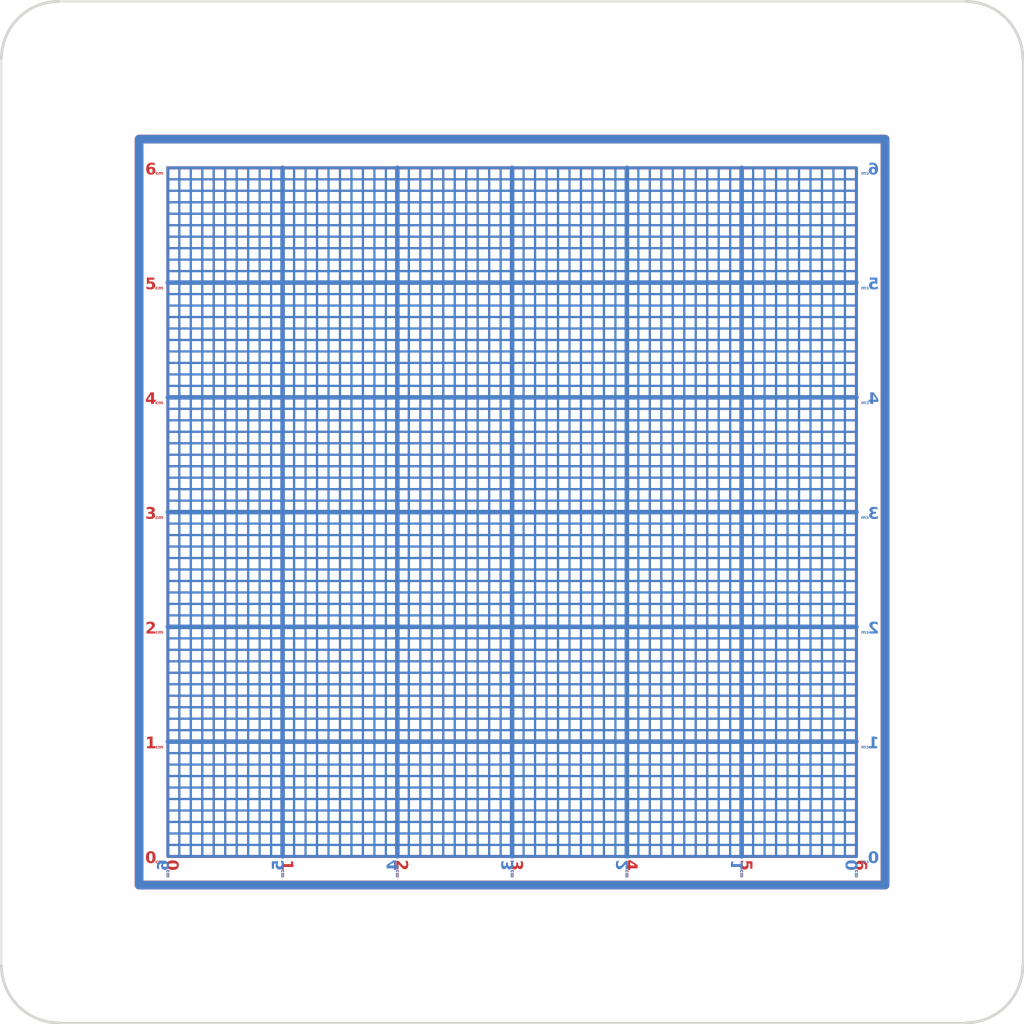
<source format=kicad_pcb>
(kicad_pcb (version 20221018) (generator pcbnew)
  (layers (0 "F.Cu" signal) (31 "B.Cu" signal) (34 "B.Paste" user) (35 "F.Paste" user) (36 "B.SilkS" user "B.Silkscreen") (37 "F.SilkS" user "F.Silkscreen") (38 "B.Mask" user) (39 "F.Mask" user) (44 "Edge.Cuts" user))
  (net 0 "")
  (footprint "oomlout_oomp_part_footprints:mhm3_electronic_mounting_hole_m3" (layer "F.Cu") (at -37.5 15)
    (fp_text reference "REF**" hide)
    (fp_text value "MountingHole_3.2mm_M3" hide)
    (pad "" np_thru_hole circle (at 0 0) (size 3.2 3.2) (drill 3.2) (layers "F&B.Cu" "*.Mask"))
  )
  (footprint "oomlout_oomp_part_footprints:mhm6_electronic_mounting_hole_m6" (layer "F.Cu") (at 22.4 37.5 90)
    (fp_text reference "REF**" hide)
    (fp_text value "MountingHole_6.4mm_M6" hide)
    (pad "" np_thru_hole circle (at 0 0 90) (size 6.4 6.4) (drill 6.4) (layers "F&B.Cu" "*.Mask"))
  )
  (footprint "oomlout_oomp_part_footprints:mhm3_electronic_mounting_hole_m3" (layer "F.Cu") (at 14.9 -37.5 90)
    (fp_text reference "REF**" hide)
    (fp_text value "MountingHole_3.2mm_M3" hide)
    (pad "" np_thru_hole circle (at 0 0 90) (size 3.2 3.2) (drill 3.2) (layers "F&B.Cu" "*.Mask"))
  )
  (footprint "oomlout_oomp_part_footprints:mhm3_electronic_mounting_hole_m3" (layer "F.Cu") (at -37.5 -15)
    (fp_text reference "REF**" hide)
    (fp_text value "MountingHole_3.2mm_M3" hide)
    (pad "" np_thru_hole circle (at 0 0) (size 3.2 3.2) (drill 3.2) (layers "F&B.Cu" "*.Mask"))
  )
  (footprint "oomlout_oomp_part_footprints:mhm3_electronic_mounting_hole_m3" (layer "F.Cu") (at 37.5 -30)
    (fp_text reference "REF**" hide)
    (fp_text value "MountingHole_3.2mm_M3" hide)
    (pad "" np_thru_hole circle (at 0 0) (size 3.2 3.2) (drill 3.2) (layers "F&B.Cu" "*.Mask"))
  )
  (footprint "oomlout_oomp_part_footprints:mhm6_electronic_mounting_hole_m6" (layer "F.Cu") (at 37.5 -22.5)
    (fp_text reference "REF**" hide)
    (fp_text value "MountingHole_6.4mm_M6" hide)
    (pad "" np_thru_hole circle (at 0 0) (size 6.4 6.4) (drill 6.4) (layers "F&B.Cu" "*.Mask"))
  )
  (footprint "oomlout_oomp_part_footprints:mhm6_electronic_mounting_hole_m6" (layer "F.Cu") (at -7.6 -37.5 90)
    (fp_text reference "REF**" hide)
    (fp_text value "MountingHole_6.4mm_M6" hide)
    (pad "" np_thru_hole circle (at 0 0 90) (size 6.4 6.4) (drill 6.4) (layers "F&B.Cu" "*.Mask"))
  )
  (footprint "oomlout_oomp_part_footprints:mhm3_electronic_mounting_hole_m3" (layer "F.Cu") (at 37.5 -15)
    (fp_text reference "REF**" hide)
    (fp_text value "MountingHole_3.2mm_M3" hide)
    (pad "" np_thru_hole circle (at 0 0) (size 3.2 3.2) (drill 3.2) (layers "F&B.Cu" "*.Mask"))
  )
  (footprint "oomlout_oomp_part_footprints:mhm3_electronic_mounting_hole_m3" (layer "F.Cu") (at -0.1 37.5 90)
    (fp_text reference "REF**" hide)
    (fp_text value "MountingHole_3.2mm_M3" hide)
    (pad "" np_thru_hole circle (at 0 0 90) (size 3.2 3.2) (drill 3.2) (layers "F&B.Cu" "*.Mask"))
  )
  (footprint "oomlout_oomp_part_footprints:mhm6_electronic_mounting_hole_m6" (layer "F.Cu") (at -37.5 -22.5)
    (fp_text reference "REF**" hide)
    (fp_text value "MountingHole_6.4mm_M6" hide)
    (pad "" np_thru_hole circle (at 0 0) (size 6.4 6.4) (drill 6.4) (layers "F&B.Cu" "*.Mask"))
  )
  (footprint "oomlout_oomp_part_footprints:mhm6_electronic_mounting_hole_m6" (layer "F.Cu") (at 37.5 7.5)
    (fp_text reference "REF**" hide)
    (fp_text value "MountingHole_6.4mm_M6" hide)
    (pad "" np_thru_hole circle (at 0 0) (size 6.4 6.4) (drill 6.4) (layers "F&B.Cu" "*.Mask"))
  )
  (footprint "oomlout_oomp_part_footprints:mhm3_electronic_mounting_hole_m3" (layer "F.Cu") (at 29.9 -37.5 90)
    (fp_text reference "REF**" hide)
    (fp_text value "MountingHole_3.2mm_M3" hide)
    (pad "" np_thru_hole circle (at 0 0 90) (size 3.2 3.2) (drill 3.2) (layers "F&B.Cu" "*.Mask"))
  )
  (footprint "oomlout_oomp_part_footprints:mhm3_electronic_mounting_hole_m3" (layer "F.Cu") (at -37.5 0)
    (fp_text reference "REF**" hide)
    (fp_text value "MountingHole_3.2mm_M3" hide)
    (pad "" np_thru_hole circle (at 0 0) (size 3.2 3.2) (drill 3.2) (layers "F&B.Cu" "*.Mask"))
  )
  (footprint "oomlout_oomp_part_footprints:mhm6_electronic_mounting_hole_m6" (layer "F.Cu") (at 22.4 -37.5 90)
    (fp_text reference "REF**" hide)
    (fp_text value "MountingHole_6.4mm_M6" hide)
    (pad "" np_thru_hole circle (at 0 0 90) (size 6.4 6.4) (drill 6.4) (layers "F&B.Cu" "*.Mask"))
  )
  (footprint "oomlout_oomp_part_footprints:mhm6_electronic_mounting_hole_m6" (layer "F.Cu") (at -37.5 7.5)
    (fp_text reference "REF**" hide)
    (fp_text value "MountingHole_6.4mm_M6" hide)
    (pad "" np_thru_hole circle (at 0 0) (size 6.4 6.4) (drill 6.4) (layers "*.Cu" "*.Mask"))
  )
  (footprint "oomlout_oomp_part_footprints:mhm6_electronic_mounting_hole_m6" (layer "F.Cu") (at 7.4 37.5 90)
    (fp_text reference "REF**" hide)
    (fp_text value "MountingHole_6.4mm_M6" hide)
    (pad "" np_thru_hole circle (at 0 0 90) (size 6.4 6.4) (drill 6.4) (layers "F&B.Cu" "*.Mask"))
  )
  (footprint "oomlout_oomp_part_footprints:mhm6_electronic_mounting_hole_m6" (layer "F.Cu") (at 37.5 22.5)
    (fp_text reference "REF**" hide)
    (fp_text value "MountingHole_6.4mm_M6" hide)
    (pad "" np_thru_hole circle (at 0 0) (size 6.4 6.4) (drill 6.4) (layers "F&B.Cu" "*.Mask"))
  )
  (footprint "oomlout_oomp_part_footprints:mhm3_electronic_mounting_hole_m3" (layer "F.Cu") (at -15.1 37.5 90)
    (fp_text reference "REF**" hide)
    (fp_text value "MountingHole_3.2mm_M3" hide)
    (pad "" np_thru_hole circle (at 0 0 90) (size 3.2 3.2) (drill 3.2) (layers "F&B.Cu" "*.Mask"))
  )
  (footprint "oomlout_oomp_part_footprints:mhm3_electronic_mounting_hole_m3" (layer "F.Cu") (at 37.5 30)
    (fp_text reference "REF**" hide)
    (fp_text value "MountingHole_3.2mm_M3" hide)
    (pad "" np_thru_hole circle (at 0 0) (size 3.2 3.2) (drill 3.2) (layers "F&B.Cu" "*.Mask"))
  )
  (footprint "oomlout_oomp_part_footprints:mhm3_electronic_mounting_hole_m3" (layer "F.Cu") (at -30.1 37.5 90)
    (fp_text reference "REF**" hide)
    (fp_text value "MountingHole_3.2mm_M3" hide)
    (pad "" np_thru_hole circle (at 0 0 90) (size 3.2 3.2) (drill 3.2) (layers "F&B.Cu" "*.Mask"))
  )
  (footprint "oomlout_oomp_part_footprints:mhm6_electronic_mounting_hole_m6" (layer "F.Cu") (at -37.5 -7.5)
    (fp_text reference "REF**" hide)
    (fp_text value "MountingHole_6.4mm_M6" hide)
    (pad "" np_thru_hole circle (at 0 0) (size 6.4 6.4) (drill 6.4) (layers "F&B.Cu" "*.Mask"))
  )
  (footprint "oomlout_oomp_part_footprints:mhm6_electronic_mounting_hole_m6" (layer "F.Cu") (at -7.6 37.5 90)
    (fp_text reference "REF**" hide)
    (fp_text value "MountingHole_6.4mm_M6" hide)
    (pad "" np_thru_hole circle (at 0 0 90) (size 6.4 6.4) (drill 6.4) (layers "F&B.Cu" "*.Mask"))
  )
  (footprint "oomlout_oomp_part_footprints:mhm3_electronic_mounting_hole_m3" (layer "F.Cu") (at 14.9 37.5 90)
    (fp_text reference "REF**" hide)
    (fp_text value "MountingHole_3.2mm_M3" hide)
    (pad "" np_thru_hole circle (at 0 0 90) (size 3.2 3.2) (drill 3.2) (layers "F&B.Cu" "*.Mask"))
  )
  (footprint "oomlout_oomp_part_footprints:mhm6_electronic_mounting_hole_m6" (layer "F.Cu") (at -22.6 -37.5 90)
    (fp_text reference "REF**" hide)
    (fp_text value "MountingHole_6.4mm_M6" hide)
    (pad "" np_thru_hole circle (at 0 0 90) (size 6.4 6.4) (drill 6.4) (layers "F&B.Cu" "*.Mask"))
  )
  (footprint "oomlout_oomp_part_footprints:mhm6_electronic_mounting_hole_m6" (layer "F.Cu") (at -37.5 37.5)
    (fp_text reference "REF**" hide)
    (fp_text value "MountingHole_6.4mm_M6" hide)
    (pad "" np_thru_hole circle (at 0 0) (size 6.4 6.4) (drill 6.4) (layers "F&B.Cu" "*.Mask"))
  )
  (footprint "oomlout_oomp_part_footprints:mhm6_electronic_mounting_hole_m6" (layer "F.Cu") (at -22.6 37.5 90)
    (fp_text reference "REF**" hide)
    (fp_text value "MountingHole_6.4mm_M6" hide)
    (pad "" np_thru_hole circle (at 0 0 90) (size 6.4 6.4) (drill 6.4) (layers "F&B.Cu" "*.Mask"))
  )
  (footprint "oomlout_oomp_part_footprints:mhm3_electronic_mounting_hole_m3" (layer "F.Cu") (at -15.1 -37.5 90)
    (fp_text reference "REF**" hide)
    (fp_text value "MountingHole_3.2mm_M3" hide)
    (pad "" np_thru_hole circle (at 0 0 90) (size 3.2 3.2) (drill 3.2) (layers "F&B.Cu" "*.Mask"))
  )
  (footprint "oomlout_oomp_part_footprints:mhm3_electronic_mounting_hole_m3" (layer "F.Cu") (at -37.5 -30)
    (fp_text reference "REF**" hide)
    (fp_text value "MountingHole_3.2mm_M3" hide)
    (pad "" np_thru_hole circle (at 0 0) (size 3.2 3.2) (drill 3.2) (layers "*.Cu" "*.Mask"))
  )
  (footprint "oomlout_oomp_part_footprints:mhm6_electronic_mounting_hole_m6" (layer "F.Cu") (at 37.5 -7.5)
    (fp_text reference "REF**" hide)
    (fp_text value "MountingHole_6.4mm_M6" hide)
    (pad "" np_thru_hole circle (at 0 0) (size 6.4 6.4) (drill 6.4) (layers "F&B.Cu" "*.Mask"))
  )
  (footprint "oomlout_oomp_part_footprints:mhm6_electronic_mounting_hole_m6" (layer "F.Cu") (at 7.4 -37.5 90)
    (fp_text reference "REF**" hide)
    (fp_text value "MountingHole_6.4mm_M6" hide)
    (pad "" np_thru_hole circle (at 0 0 90) (size 6.4 6.4) (drill 6.4) (layers "F&B.Cu" "*.Mask"))
  )
  (footprint "oomlout_oomp_part_footprints:mhm6_electronic_mounting_hole_m6" (layer "F.Cu") (at 37.5 -37.5 90)
    (fp_text reference "REF**" hide)
    (fp_text value "MountingHole_6.4mm_M6" hide)
    (pad "" np_thru_hole circle (at 0 0 90) (size 6.4 6.4) (drill 6.4) (layers "F&B.Cu" "*.Mask"))
  )
  (footprint "oomlout_oomp_part_footprints:mhm3_electronic_mounting_hole_m3" (layer "F.Cu") (at -37.5 30)
    (fp_text reference "REF**" hide)
    (fp_text value "MountingHole_3.2mm_M3" hide)
    (pad "" np_thru_hole circle (at 0 0) (size 3.2 3.2) (drill 3.2) (layers "F&B.Cu" "*.Mask"))
  )
  (footprint "oomlout_oomp_part_footprints:mhm6_electronic_mounting_hole_m6" (layer "F.Cu") (at 37.5 37.5)
    (fp_text reference "REF**" hide)
    (fp_text value "MountingHole_6.4mm_M6" hide)
    (pad "" np_thru_hole circle (at 0 0) (size 6.4 6.4) (drill 6.4) (layers "F&B.Cu" "*.Mask"))
  )
  (footprint "oomlout_oomp_part_footprints:mhm6_electronic_mounting_hole_m6" (layer "F.Cu") (at -37.5 -37.5)
    (fp_text reference "REF**" hide)
    (fp_text value "MountingHole_6.4mm_M6" hide)
    (pad "" np_thru_hole circle (at 0 0) (size 6.4 6.4) (drill 6.4) (layers "F&B.Cu" "*.Mask"))
  )
  (footprint "oomlout_oomp_part_footprints:mhm3_electronic_mounting_hole_m3" (layer "F.Cu") (at 37.5 0)
    (fp_text reference "REF**" hide)
    (fp_text value "MountingHole_3.2mm_M3" hide)
    (pad "" np_thru_hole circle (at 0 0) (size 3.2 3.2) (drill 3.2) (layers "F&B.Cu" "*.Mask"))
  )
  (footprint "oomlout_oomp_part_footprints:mhm3_electronic_mounting_hole_m3" (layer "F.Cu") (at -0.1 -37.5 90)
    (fp_text reference "REF**" hide)
    (fp_text value "MountingHole_3.2mm_M3" hide)
    (pad "" np_thru_hole circle (at 0 0 90) (size 3.2 3.2) (drill 3.2) (layers "F&B.Cu" "*.Mask"))
  )
  (footprint "oomlout_oomp_part_footprints:mhm3_electronic_mounting_hole_m3" (layer "F.Cu") (at 37.5 15)
    (fp_text reference "REF**" hide)
    (fp_text value "MountingHole_3.2mm_M3" hide)
    (pad "" np_thru_hole circle (at 0 0) (size 3.2 3.2) (drill 3.2) (layers "F&B.Cu" "*.Mask"))
  )
  (footprint "oomlout_oomp_part_footprints:mhm3_electronic_mounting_hole_m3" (layer "F.Cu") (at -30.1 -37.5 90)
    (fp_text reference "REF**" hide)
    (fp_text value "MountingHole_3.2mm_M3" hide)
    (pad "" np_thru_hole circle (at 0 0 90) (size 3.2 3.2) (drill 3.2) (layers "F&B.Cu" "*.Mask"))
  )
  (footprint "oomlout_oomp_part_footprints:mhm6_electronic_mounting_hole_m6" (layer "F.Cu") (at -37.5 22.5)
    (fp_text reference "REF**" hide)
    (fp_text value "MountingHole_6.4mm_M6" hide)
    (pad "" np_thru_hole circle (at 0 0) (size 6.4 6.4) (drill 6.4) (layers "F&B.Cu" "*.Mask"))
  )
  (gr_line (start 10 30) (end 10 -30) (stroke (width 0.25)) (layer "F.Cu"))
  (gr_line (start -30 11) (end 30 11) (stroke (width 0.15)) (layer "F.Cu"))
  (gr_line (start -27 30) (end -27 -30) (stroke (width 0.15)) (layer "F.Cu"))
  (gr_line (start 16 30) (end 16 -30) (stroke (width 0.15)) (layer "F.Cu"))
  (gr_line (start -2 30) (end -2 -30) (stroke (width 0.15)) (layer "F.Cu"))
  (gr_line (start -30 -10) (end 30 -10) (stroke (width 0.25)) (layer "F.Cu"))
  (gr_line (start -30 23) (end 30 23) (stroke (width 0.15)) (layer "F.Cu"))
  (gr_rect (start -32.5 -32.5) (end 32.5 32.5) (stroke (width 0.75)) (fill none) (layer "F.Cu"))
  (gr_line (start -1 30) (end -1 -30) (stroke (width 0.15)) (layer "F.Cu"))
  (gr_line (start -30 16) (end 30 16) (stroke (width 0.15)) (layer "F.Cu"))
  (gr_line (start -30 8) (end 30 8) (stroke (width 0.15)) (layer "F.Cu"))
  (gr_line (start -30 26) (end 30 26) (stroke (width 0.15)) (layer "F.Cu"))
  (gr_line (start -30 -18) (end 30 -18) (stroke (width 0.15)) (layer "F.Cu"))
  (gr_line (start 15 30) (end 15 -30) (stroke (width 0.15)) (layer "F.Cu"))
  (gr_line (start -30 20) (end 30 20) (stroke (width 0.25)) (layer "F.Cu"))
  (gr_line (start -30 16) (end 30 16) (stroke (width 0.15)) (layer "F.Cu"))
  (gr_line (start -30 -3) (end 30 -3) (stroke (width 0.15)) (layer "F.Cu"))
  (gr_line (start -30 -7) (end 30 -7) (stroke (width 0.15)) (layer "F.Cu"))
  (gr_line (start 27 30) (end 27 -30) (stroke (width 0.15)) (layer "F.Cu"))
  (gr_line (start 28 30) (end 28 -30) (stroke (width 0.15)) (layer "F.Cu"))
  (gr_line (start -10 30) (end -10 -30) (stroke (width 0.25)) (layer "F.Cu"))
  (gr_line (start 27 30) (end 27 -30) (stroke (width 0.15)) (layer "F.Cu"))
  (gr_line (start -30 -16) (end 30 -16) (stroke (width 0.15)) (layer "F.Cu"))
  (gr_line (start 11 30) (end 11 -30) (stroke (width 0.15)) (layer "F.Cu"))
  (gr_line (start 29 30) (end 29 -30) (stroke (width 0.15)) (layer "F.Cu"))
  (gr_line (start -30 27) (end 30 27) (stroke (width 0.15)) (layer "F.Cu"))
  (gr_line (start -25 30) (end -25 -30) (stroke (width 0.15)) (layer "F.Cu"))
  (gr_line (start -30 5) (end 30 5) (stroke (width 0.15)) (layer "F.Cu"))
  (gr_line (start -30 -13) (end 30 -13) (stroke (width 0.15)) (layer "F.Cu"))
  (gr_line (start -30 13) (end 30 13) (stroke (width 0.15)) (layer "F.Cu"))
  (gr_line (start -30 -12) (end 30 -12) (stroke (width 0.15)) (layer "F.Cu"))
  (gr_line (start -17 30) (end -17 -30) (stroke (width 0.15)) (layer "F.Cu"))
  (gr_line (start -8 30) (end -8 -30) (stroke (width 0.15)) (layer "F.Cu"))
  (gr_line (start -10 30) (end -10 -30) (stroke (width 0.25)) (layer "F.Cu"))
  (gr_line (start 23 30) (end 23 -30) (stroke (width 0.15)) (layer "F.Cu"))
  (gr_line (start 19 30) (end 19 -30) (stroke (width 0.15)) (layer "F.Cu"))
  (gr_line (start 24 30) (end 24 -30) (stroke (width 0.15)) (layer "F.Cu"))
  (gr_line (start -27 30) (end -27 -30) (stroke (width 0.15)) (layer "F.Cu"))
  (gr_line (start -30 23) (end 30 23) (stroke (width 0.15)) (layer "F.Cu"))
  (gr_line (start -30 12) (end 30 12) (stroke (width 0.15)) (layer "F.Cu"))
  (gr_line (start 28 30) (end 28 -30) (stroke (width 0.15)) (layer "F.Cu"))
  (gr_rect (start -32.5 -32.5) (end 32.5 32.5) (stroke (width 0.75)) (fill none) (layer "F.Cu"))
  (gr_line (start -30 -27) (end 30 -27) (stroke (width 0.15)) (layer "F.Cu"))
  (gr_line (start -30 -29) (end 30 -29) (stroke (width 0.15)) (layer "F.Cu"))
  (gr_line (start -30 26) (end 30 26) (stroke (width 0.15)) (layer "F.Cu"))
  (gr_line (start -30 -8) (end 30 -8) (stroke (width 0.15)) (layer "F.Cu"))
  (gr_line (start -30 -18) (end 30 -18) (stroke (width 0.15)) (layer "F.Cu"))
  (gr_line (start 3 30) (end 3 -30) (stroke (width 0.15)) (layer "F.Cu"))
  (gr_line (start -30 19) (end 30 19) (stroke (width 0.15)) (layer "F.Cu"))
  (gr_line (start -30 1) (end 30 1) (stroke (width 0.15)) (layer "F.Cu"))
  (gr_line (start -30 22) (end 30 22) (stroke (width 0.15)) (layer "F.Cu"))
  (gr_line (start 22 30) (end 22 -30) (stroke (width 0.15)) (layer "F.Cu"))
  (gr_line (start -19 30) (end -19 -30) (stroke (width 0.15)) (layer "F.Cu"))
  (gr_line (start -28 30) (end -28 -30) (stroke (width 0.15)) (layer "F.Cu"))
  (gr_line (start -20 30) (end -20 -30) (stroke (width 0.25)) (layer "F.Cu"))
  (gr_line (start -22 30) (end -22 -30) (stroke (width 0.15)) (layer "F.Cu"))
  (gr_line (start -30 -21) (end 30 -21) (stroke (width 0.15)) (layer "F.Cu"))
  (gr_line (start -30 -23) (end 30 -23) (stroke (width 0.15)) (layer "F.Cu"))
  (gr_line (start -7 30) (end -7 -30) (stroke (width 0.15)) (layer "F.Cu"))
  (gr_line (start 4 30) (end 4 -30) (stroke (width 0.15)) (layer "F.Cu"))
  (gr_line (start -9 30) (end -9 -30) (stroke (width 0.15)) (layer "F.Cu"))
  (gr_line (start -30 -4) (end 30 -4) (stroke (width 0.15)) (layer "F.Cu"))
  (gr_line (start -30 -6) (end 30 -6) (stroke (width 0.15)) (layer "F.Cu"))
  (gr_line (start -24 30) (end -24 -30) (stroke (width 0.15)) (layer "F.Cu"))
  (gr_line (start 1 30) (end 1 -30) (stroke (width 0.15)) (layer "F.Cu"))
  (gr_line (start -30 -16) (end 30 -16) (stroke (width 0.15)) (layer "F.Cu"))
  (gr_line (start 18 30) (end 18 -30) (stroke (width 0.15)) (layer "F.Cu"))
  (gr_line (start -30 25) (end 30 25) (stroke (width 0.15)) (layer "F.Cu"))
  (gr_line (start -30 -28) (end 30 -28) (stroke (width 0.15)) (layer "F.Cu"))
  (gr_line (start -9 30) (end -9 -30) (stroke (width 0.15)) (layer "F.Cu"))
  (gr_line (start 2 30) (end 2 -30) (stroke (width 0.15)) (layer "F.Cu"))
  (gr_line (start -30 -5) (end 30 -5) (stroke (width 0.15)) (layer "F.Cu"))
  (gr_line (start -30 6) (end 30 6) (stroke (width 0.15)) (layer "F.Cu"))
  (gr_line (start -12 30) (end -12 -30) (stroke (width 0.15)) (layer "F.Cu"))
  (gr_line (start 8 30) (end 8 -30) (stroke (width 0.15)) (layer "F.Cu"))
  (gr_line (start -26 30) (end -26 -30) (stroke (width 0.15)) (layer "F.Cu"))
  (gr_line (start 22 30) (end 22 -30) (stroke (width 0.15)) (layer "F.Cu"))
  (gr_line (start -30 1) (end 30 1) (stroke (width 0.15)) (layer "F.Cu"))
  (gr_line (start 23 30) (end 23 -30) (stroke (width 0.15)) (layer "F.Cu"))
  (gr_line (start -30 20) (end 30 20) (stroke (width 0.25)) (layer "F.Cu"))
  (gr_line (start -30 13) (end 30 13) (stroke (width 0.15)) (layer "F.Cu"))
  (gr_line (start 19 30) (end 19 -30) (stroke (width 0.15)) (layer "F.Cu"))
  (gr_line (start -25 30) (end -25 -30) (stroke (width 0.15)) (layer "F.Cu"))
  (gr_line (start -30 3) (end 30 3) (stroke (width 0.15)) (layer "F.Cu"))
  (gr_line (start -21 30) (end -21 -30) (stroke (width 0.15)) (layer "F.Cu"))
  (gr_line (start -30 -11) (end 30 -11) (stroke (width 0.15)) (layer "F.Cu"))
  (gr_line (start -30 2) (end 30 2) (stroke (width 0.15)) (layer "F.Cu"))
  (gr_line (start 17 30) (end 17 -30) (stroke (width 0.15)) (layer "F.Cu"))
  (gr_line (start -5 30) (end -5 -30) (stroke (width 0.15)) (layer "F.Cu"))
  (gr_line (start -30 -2) (end 30 -2) (stroke (width 0.15)) (layer "F.Cu"))
  (gr_line (start -23 30) (end -23 -30) (stroke (width 0.15)) (layer "F.Cu"))
  (gr_line (start -30 -5) (end 30 -5) (stroke (width 0.15)) (layer "F.Cu"))
  (gr_line (start 17 30) (end 17 -30) (stroke (width 0.15)) (layer "F.Cu"))
  (gr_line (start -30 -9) (end 30 -9) (stroke (width 0.15)) (layer "F.Cu"))
  (gr_line (start -30 -23) (end 30 -23) (stroke (width 0.15)) (layer "F.Cu"))
  (gr_line (start -30 -1) (end 30 -1) (stroke (width 0.15)) (layer "F.Cu"))
  (gr_line (start -30 -28) (end 30 -28) (stroke (width 0.15)) (layer "F.Cu"))
  (gr_line (start -30 18) (end 30 18) (stroke (width 0.15)) (layer "F.Cu"))
  (gr_line (start 6 30) (end 6 -30) (stroke (width 0.15)) (layer "F.Cu"))
  (gr_line (start -30 14) (end 30 14) (stroke (width 0.15)) (layer "F.Cu"))
  (gr_line (start 5 30) (end 5 -30) (stroke (width 0.15)) (layer "F.Cu"))
  (gr_line (start -30 -19) (end 30 -19) (stroke (width 0.15)) (layer "F.Cu"))
  (gr_line (start -30 27) (end 30 27) (stroke (width 0.15)) (layer "F.Cu"))
  (gr_line (start -13 30) (end -13 -30) (stroke (width 0.15)) (layer "F.Cu"))
  (gr_line (start -30 -10) (end 30 -10) (stroke (width 0.25)) (layer "F.Cu"))
  (gr_line (start 2 30) (end 2 -30) (stroke (width 0.15)) (layer "F.Cu"))
  (gr_line (start -8 30) (end -8 -30) (stroke (width 0.15)) (layer "F.Cu"))
  (gr_line (start 7 30) (end 7 -30) (stroke (width 0.15)) (layer "F.Cu"))
  (gr_line (start 7 30) (end 7 -30) (stroke (width 0.15)) (layer "F.Cu"))
  (gr_line (start 15 30) (end 15 -30) (stroke (width 0.15)) (layer "F.Cu"))
  (gr_line (start 1 30) (end 1 -30) (stroke (width 0.15)) (layer "F.Cu"))
  (gr_line (start -30 -11) (end 30 -11) (stroke (width 0.15)) (layer "F.Cu"))
  (gr_line (start -30 -15) (end 30 -15) (stroke (width 0.15)) (layer "F.Cu"))
  (gr_line (start -2 30) (end -2 -30) (stroke (width 0.15)) (layer "F.Cu"))
  (gr_line (start -5 30) (end -5 -30) (stroke (width 0.15)) (layer "F.Cu"))
  (gr_line (start -30 -19) (end 30 -19) (stroke (width 0.15)) (layer "F.Cu"))
  (gr_line (start -30 4) (end 30 4) (stroke (width 0.15)) (layer "F.Cu"))
  (gr_line (start 24 30) (end 24 -30) (stroke (width 0.15)) (layer "F.Cu"))
  (gr_line (start 0 30) (end 0 -30) (stroke (width 0.25)) (layer "F.Cu"))
  (gr_line (start -30 12) (end 30 12) (stroke (width 0.15)) (layer "F.Cu"))
  (gr_line (start -30 11) (end 30 11) (stroke (width 0.15)) (layer "F.Cu"))
  (gr_line (start -30 29) (end 30 29) (stroke (width 0.15)) (layer "F.Cu"))
  (gr_line (start 5 30) (end 5 -30) (stroke (width 0.15)) (layer "F.Cu"))
  (gr_line (start -30 6) (end 30 6) (stroke (width 0.15)) (layer "F.Cu"))
  (gr_line (start -15 30) (end -15 -30) (stroke (width 0.15)) (layer "F.Cu"))
  (gr_line (start -30 -17) (end 30 -17) (stroke (width 0.15)) (layer "F.Cu"))
  (gr_line (start -28 30) (end -28 -30) (stroke (width 0.15)) (layer "F.Cu"))
  (gr_line (start -26 30) (end -26 -30) (stroke (width 0.15)) (layer "F.Cu"))
  (gr_line (start -30 15) (end 30 15) (stroke (width 0.15)) (layer "F.Cu"))
  (gr_line (start -30 5) (end 30 5) (stroke (width 0.15)) (layer "F.Cu"))
  (gr_line (start 9 30) (end 9 -30) (stroke (width 0.15)) (layer "F.Cu"))
  (gr_line (start 29 30) (end 29 -30) (stroke (width 0.15)) (layer "F.Cu"))
  (gr_line (start -30 14) (end 30 14) (stroke (width 0.15)) (layer "F.Cu"))
  (gr_line (start -30 -25) (end 30 -25) (stroke (width 0.15)) (layer "F.Cu"))
  (gr_line (start -30 -25) (end 30 -25) (stroke (width 0.15)) (layer "F.Cu"))
  (gr_line (start -29 30) (end -29 -30) (stroke (width 0.15)) (layer "F.Cu"))
  (gr_line (start -1 30) (end -1 -30) (stroke (width 0.15)) (layer "F.Cu"))
  (gr_line (start -3 30) (end -3 -30) (stroke (width 0.15)) (layer "F.Cu"))
  (gr_line (start -18 30) (end -18 -30) (stroke (width 0.15)) (layer "F.Cu"))
  (gr_line (start -3 30) (end -3 -30) (stroke (width 0.15)) (layer "F.Cu"))
  (gr_line (start 14 30) (end 14 -30) (stroke (width 0.15)) (layer "F.Cu"))
  (gr_line (start 25 30) (end 25 -30) (stroke (width 0.15)) (layer "F.Cu"))
  (gr_line (start -19 30) (end -19 -30) (stroke (width 0.15)) (layer "F.Cu"))
  (gr_line (start 12 30) (end 12 -30) (stroke (width 0.15)) (layer "F.Cu"))
  (gr_line (start -29 30) (end -29 -30) (stroke (width 0.15)) (layer "F.Cu"))
  (gr_line (start -30 15) (end 30 15) (stroke (width 0.15)) (layer "F.Cu"))
  (gr_line (start -4 30) (end -4 -30) (stroke (width 0.15)) (layer "F.Cu"))
  (gr_line (start -21 30) (end -21 -30) (stroke (width 0.15)) (layer "F.Cu"))
  (gr_line (start 20 30) (end 20 -30) (stroke (width 0.25)) (layer "F.Cu"))
  (gr_line (start -15 30) (end -15 -30) (stroke (width 0.15)) (layer "F.Cu"))
  (gr_line (start -11 30) (end -11 -30) (stroke (width 0.15)) (layer "F.Cu"))
  (gr_line (start -30 10) (end 30 10) (stroke (width 0.25)) (layer "F.Cu"))
  (gr_line (start -30 -4) (end 30 -4) (stroke (width 0.15)) (layer "F.Cu"))
  (gr_line (start -30 9) (end 30 9) (stroke (width 0.15)) (layer "F.Cu"))
  (gr_line (start -4 30) (end -4 -30) (stroke (width 0.15)) (layer "F.Cu"))
  (gr_line (start 18 30) (end 18 -30) (stroke (width 0.15)) (layer "F.Cu"))
  (gr_line (start 10 30) (end 10 -30) (stroke (width 0.25)) (layer "F.Cu"))
  (gr_line (start -30 -9) (end 30 -9) (stroke (width 0.15)) (layer "F.Cu"))
  (gr_line (start -30 18) (end 30 18) (stroke (width 0.15)) (layer "F.Cu"))
  (gr_line (start -17 30) (end -17 -30) (stroke (width 0.15)) (layer "F.Cu"))
  (gr_line (start 12 30) (end 12 -30) (stroke (width 0.15)) (layer "F.Cu"))
  (gr_line (start -24 30) (end -24 -30) (stroke (width 0.15)) (layer "F.Cu"))
  (gr_line (start -30 19) (end 30 19) (stroke (width 0.15)) (layer "F.Cu"))
  (gr_line (start -18 30) (end -18 -30) (stroke (width 0.15)) (layer "F.Cu"))
  (gr_rect (start -30 -30) (end 30 30) (stroke (width 0.25)) (fill none) (layer "F.Cu"))
  (gr_line (start 3 30) (end 3 -30) (stroke (width 0.15)) (layer "F.Cu"))
  (gr_line (start 4 30) (end 4 -30) (stroke (width 0.15)) (layer "F.Cu"))
  (gr_line (start -30 -24) (end 30 -24) (stroke (width 0.15)) (layer "F.Cu"))
  (gr_line (start -23 30) (end -23 -30) (stroke (width 0.15)) (layer "F.Cu"))
  (gr_line (start -30 -24) (end 30 -24) (stroke (width 0.15)) (layer "F.Cu"))
  (gr_line (start -30 17) (end 30 17) (stroke (width 0.15)) (layer "F.Cu"))
  (gr_line (start 6 30) (end 6 -30) (stroke (width 0.15)) (layer "F.Cu"))
  (gr_line (start -30 25) (end 30 25) (stroke (width 0.15)) (layer "F.Cu"))
  (gr_line (start -30 4) (end 30 4) (stroke (width 0.15)) (layer "F.Cu"))
  (gr_line (start -30 24) (end 30 24) (stroke (width 0.15)) (layer "F.Cu"))
  (gr_line (start 20 30) (end 20 -30) (stroke (width 0.25)) (layer "F.Cu"))
  (gr_line (start -30 9) (end 30 9) (stroke (width 0.15)) (layer "F.Cu"))
  (gr_rect (start -30 -30) (end 30 30) (stroke (width 0.25)) (fill none) (layer "F.Cu"))
  (gr_line (start -30 -6) (end 30 -6) (stroke (width 0.15)) (layer "F.Cu"))
  (gr_line (start -30 -17) (end 30 -17) (stroke (width 0.15)) (layer "F.Cu"))
  (gr_line (start -16 30) (end -16 -30) (stroke (width 0.15)) (layer "F.Cu"))
  (gr_line (start -30 0) (end 30 0) (stroke (width 0.25)) (layer "F.Cu"))
  (gr_line (start 21 30) (end 21 -30) (stroke (width 0.15)) (layer "F.Cu"))
  (gr_line (start -30 24) (end 30 24) (stroke (width 0.15)) (layer "F.Cu"))
  (gr_line (start -30 3) (end 30 3) (stroke (width 0.15)) (layer "F.Cu"))
  (gr_line (start -30 -13) (end 30 -13) (stroke (width 0.15)) (layer "F.Cu"))
  (gr_line (start -13 30) (end -13 -30) (stroke (width 0.15)) (layer "F.Cu"))
  (gr_line (start -30 21) (end 30 21) (stroke (width 0.15)) (layer "F.Cu"))
  (gr_line (start -30 21) (end 30 21) (stroke (width 0.15)) (layer "F.Cu"))
  (gr_line (start -30 -27) (end 30 -27) (stroke (width 0.15)) (layer "F.Cu"))
  (gr_line (start -30 -20) (end 30 -20) (stroke (width 0.25)) (layer "F.Cu"))
  (gr_line (start 11 30) (end 11 -30) (stroke (width 0.15)) (layer "F.Cu"))
  (gr_line (start 25 30) (end 25 -30) (stroke (width 0.15)) (layer "F.Cu"))
  (gr_line (start -30 22) (end 30 22) (stroke (width 0.15)) (layer "F.Cu"))
  (gr_line (start -14 30) (end -14 -30) (stroke (width 0.15)) (layer "F.Cu"))
  (gr_line (start 21 30) (end 21 -30) (stroke (width 0.15)) (layer "F.Cu"))
  (gr_line (start -30 -26) (end 30 -26) (stroke (width 0.15)) (layer "F.Cu"))
  (gr_line (start 16 30) (end 16 -30) (stroke (width 0.15)) (layer "F.Cu"))
  (gr_line (start -30 -26) (end 30 -26) (stroke (width 0.15)) (layer "F.Cu"))
  (gr_line (start -6 30) (end -6 -30) (stroke (width 0.15)) (layer "F.Cu"))
  (gr_line (start -22 30) (end -22 -30) (stroke (width 0.15)) (layer "F.Cu"))
  (gr_line (start -30 -14) (end 30 -14) (stroke (width 0.15)) (layer "F.Cu"))
  (gr_line (start -30 10) (end 30 10) (stroke (width 0.25)) (layer "F.Cu"))
  (gr_line (start -30 -3) (end 30 -3) (stroke (width 0.15)) (layer "F.Cu"))
  (gr_line (start -12 30) (end -12 -30) (stroke (width 0.15)) (layer "F.Cu"))
  (gr_line (start -30 7) (end 30 7) (stroke (width 0.15)) (layer "F.Cu"))
  (gr_line (start 26 30) (end 26 -30) (stroke (width 0.15)) (layer "F.Cu"))
  (gr_line (start -30 17) (end 30 17) (stroke (width 0.15)) (layer "F.Cu"))
  (gr_line (start -30 -2) (end 30 -2) (stroke (width 0.15)) (layer "F.Cu"))
  (gr_line (start -30 28) (end 30 28) (stroke (width 0.15)) (layer "F.Cu"))
  (gr_line (start -30 -29) (end 30 -29) (stroke (width 0.15)) (layer "F.Cu"))
  (gr_line (start -30 8) (end 30 8) (stroke (width 0.15)) (layer "F.Cu"))
  (gr_line (start -14 30) (end -14 -30) (stroke (width 0.15)) (layer "F.Cu"))
  (gr_line (start -30 -7) (end 30 -7) (stroke (width 0.15)) (layer "F.Cu"))
  (gr_line (start -30 28) (end 30 28) (stroke (width 0.15)) (layer "F.Cu"))
  (gr_line (start -30 -15) (end 30 -15) (stroke (width 0.15)) (layer "F.Cu"))
  (gr_line (start 9 30) (end 9 -30) (stroke (width 0.15)) (layer "F.Cu"))
  (gr_line (start 13 30) (end 13 -30) (stroke (width 0.15)) (layer "F.Cu"))
  (gr_line (start -30 0) (end 30 0) (stroke (width 0.25)) (layer "F.Cu"))
  (gr_line (start -30 2) (end 30 2) (stroke (width 0.15)) (layer "F.Cu"))
  (gr_line (start 0 30) (end 0 -30) (stroke (width 0.25)) (layer "F.Cu"))
  (gr_line (start 26 30) (end 26 -30) (stroke (width 0.15)) (layer "F.Cu"))
  (gr_line (start -30 -8) (end 30 -8) (stroke (width 0.15)) (layer "F.Cu"))
  (gr_line (start -30 -22) (end 30 -22) (stroke (width 0.15)) (layer "F.Cu"))
  (gr_line (start 13 30) (end 13 -30) (stroke (width 0.15)) (layer "F.Cu"))
  (gr_line (start -6 30) (end -6 -30) (stroke (width 0.15)) (layer "F.Cu"))
  (gr_line (start -11 30) (end -11 -30) (stroke (width 0.15)) (layer "F.Cu"))
  (gr_line (start -20 30) (end -20 -30) (stroke (width 0.25)) (layer "F.Cu"))
  (gr_line (start -7 30) (end -7 -30) (stroke (width 0.15)) (layer "F.Cu"))
  (gr_line (start -30 -22) (end 30 -22) (stroke (width 0.15)) (layer "F.Cu"))
  (gr_line (start -16 30) (end -16 -30) (stroke (width 0.15)) (layer "F.Cu"))
  (gr_line (start -30 -14) (end 30 -14) (stroke (width 0.15)) (layer "F.Cu"))
  (gr_line (start -30 -21) (end 30 -21) (stroke (width 0.15)) (layer "F.Cu"))
  (gr_line (start -30 7) (end 30 7) (stroke (width 0.15)) (layer "F.Cu"))
  (gr_line (start 8 30) (end 8 -30) (stroke (width 0.15)) (layer "F.Cu"))
  (gr_line (start -30 29) (end 30 29) (stroke (width 0.15)) (layer "F.Cu"))
  (gr_line (start -30 -12) (end 30 -12) (stroke (width 0.15)) (layer "F.Cu"))
  (gr_line (start -30 -1) (end 30 -1) (stroke (width 0.15)) (layer "F.Cu"))
  (gr_line (start -30 -20) (end 30 -20) (stroke (width 0.25)) (layer "F.Cu"))
  (gr_line (start 14 30) (end 14 -30) (stroke (width 0.15)) (layer "F.Cu"))
  (gr_line (start -30 26) (end 30 26) (stroke (width 0.2)) (layer "B.Cu"))
  (gr_line (start -30 23) (end 30 23) (stroke (width 0.2)) (layer "B.Cu"))
  (gr_line (start -30 1) (end 30 1) (stroke (width 0.2)) (layer "B.Cu"))
  (gr_line (start -30 -28) (end 30 -28) (stroke (width 0.2)) (layer "B.Cu"))
  (gr_line (start -18 -30) (end -18 30) (stroke (width 0.2)) (layer "B.Cu"))
  (gr_line (start -14 -30) (end -14 30) (stroke (width 0.2)) (layer "B.Cu"))
  (gr_line (start -30 -20) (end 30 -20) (stroke (width 0.4)) (layer "B.Cu"))
  (gr_line (start -20 -30) (end -20 30) (stroke (width 0.4)) (layer "B.Cu"))
  (gr_line (start -30 -7) (end 30 -7) (stroke (width 0.2)) (layer "B.Cu"))
  (gr_line (start -30 13) (end 30 13) (stroke (width 0.2)) (layer "B.Cu"))
  (gr_line (start 23 -30) (end 23 30) (stroke (width 0.2)) (layer "B.Cu"))
  (gr_line (start -30 -12) (end 30 -12) (stroke (width 0.2)) (layer "B.Cu"))
  (gr_line (start 18 -30) (end 18 30) (stroke (width 0.2)) (layer "B.Cu"))
  (gr_line (start -30 17) (end 30 17) (stroke (width 0.2)) (layer "B.Cu"))
  (gr_line (start -30 15) (end 30 15) (stroke (width 0.2)) (layer "B.Cu"))
  (gr_line (start -17 -30) (end -17 30) (stroke (width 0.2)) (layer "B.Cu"))
  (gr_line (start 14 -30) (end 14 30) (stroke (width 0.2)) (layer "B.Cu"))
  (gr_line (start -30 -2) (end 30 -2) (stroke (width 0.2)) (layer "B.Cu"))
  (gr_line (start -30 22) (end 30 22) (stroke (width 0.2)) (layer "B.Cu"))
  (gr_line (start 1 -30) (end 1 30) (stroke (width 0.2)) (layer "B.Cu"))
  (gr_line (start -16 -30) (end -16 30) (stroke (width 0.2)) (layer "B.Cu"))
  (gr_line (start -30 2) (end 30 2) (stroke (width 0.2)) (layer "B.Cu"))
  (gr_line (start -30 -19) (end 30 -19) (stroke (width 0.2)) (layer "B.Cu"))
  (gr_line (start 10 -30) (end 10 30) (stroke (width 0.4)) (layer "B.Cu"))
  (gr_line (start -10 -30) (end -10 30) (stroke (width 0.4)) (layer "B.Cu"))
  (gr_rect (start -30 -30) (end 30 30) (stroke (width 0.25)) (fill none) (layer "B.Cu"))
  (gr_line (start -30 -8) (end 30 -8) (stroke (width 0.2)) (layer "B.Cu"))
  (gr_line (start -13 -30) (end -13 30) (stroke (width 0.2)) (layer "B.Cu"))
  (gr_line (start -27 -30) (end -27 30) (stroke (width 0.2)) (layer "B.Cu"))
  (gr_line (start -30 -25) (end 30 -25) (stroke (width 0.2)) (layer "B.Cu"))
  (gr_line (start 5 -30) (end 5 30) (stroke (width 0.2)) (layer "B.Cu"))
  (gr_line (start -30 7) (end 30 7) (stroke (width 0.2)) (layer "B.Cu"))
  (gr_line (start 29 -30) (end 29 30) (stroke (width 0.2)) (layer "B.Cu"))
  (gr_line (start 17 -30) (end 17 30) (stroke (width 0.2)) (layer "B.Cu"))
  (gr_line (start -11 -30) (end -11 30) (stroke (width 0.2)) (layer "B.Cu"))
  (gr_line (start 28 -30) (end 28 30) (stroke (width 0.2)) (layer "B.Cu"))
  (gr_line (start -28 -30) (end -28 30) (stroke (width 0.2)) (layer "B.Cu"))
  (gr_line (start 6 -30) (end 6 30) (stroke (width 0.2)) (layer "B.Cu"))
  (gr_line (start -30 16) (end 30 16) (stroke (width 0.2)) (layer "B.Cu"))
  (gr_line (start 11 -30) (end 11 30) (stroke (width 0.2)) (layer "B.Cu"))
  (gr_line (start -2 -30) (end -2 30) (stroke (width 0.2)) (layer "B.Cu"))
  (gr_line (start -30 -26) (end 30 -26) (stroke (width 0.2)) (layer "B.Cu"))
  (gr_line (start -30 25) (end 30 25) (stroke (width 0.2)) (layer "B.Cu"))
  (gr_line (start -30 -5) (end 30 -5) (stroke (width 0.2)) (layer "B.Cu"))
  (gr_line (start -30 29) (end 30 29) (stroke (width 0.2)) (layer "B.Cu"))
  (gr_line (start -25 -30) (end -25 30) (stroke (width 0.2)) (layer "B.Cu"))
  (gr_line (start -30 24) (end 30 24) (stroke (width 0.2)) (layer "B.Cu"))
  (gr_line (start -30 -1) (end 30 -1) (stroke (width 0.2)) (layer "B.Cu"))
  (gr_line (start -30 5) (end 30 5) (stroke (width 0.2)) (layer "B.Cu"))
  (gr_line (start -8 -30) (end -8 30) (stroke (width 0.2)) (layer "B.Cu"))
  (gr_line (start -30 -18) (end 30 -18) (stroke (width 0.2)) (layer "B.Cu"))
  (gr_line (start 2 -30) (end 2 30) (stroke (width 0.2)) (layer "B.Cu"))
  (gr_line (start -30 4) (end 30 4) (stroke (width 0.2)) (layer "B.Cu"))
  (gr_line (start 0 -30) (end 0 30) (stroke (width 0.4)) (layer "B.Cu"))
  (gr_line (start 12 -30) (end 12 30) (stroke (width 0.2)) (layer "B.Cu"))
  (gr_line (start -19 -30) (end -19 30) (stroke (width 0.2)) (layer "B.Cu"))
  (gr_line (start -30 21) (end 30 21) (stroke (width 0.2)) (layer "B.Cu"))
  (gr_rect (start -32.5 -32.5) (end 32.5 32.5) (stroke (width 0.75)) (fill none) (layer "B.Cu"))
  (gr_line (start 16 -30) (end 16 30) (stroke (width 0.2)) (layer "B.Cu"))
  (gr_line (start 20 -30) (end 20 30) (stroke (width 0.4)) (layer "B.Cu"))
  (gr_line (start 22 -30) (end 22 30) (stroke (width 0.2)) (layer "B.Cu"))
  (gr_line (start -15 -30) (end -15 30) (stroke (width 0.2)) (layer "B.Cu"))
  (gr_line (start -30 6) (end 30 6) (stroke (width 0.2)) (layer "B.Cu"))
  (gr_line (start -30 8) (end 30 8) (stroke (width 0.2)) (layer "B.Cu"))
  (gr_line (start -30 -22) (end 30 -22) (stroke (width 0.2)) (layer "B.Cu"))
  (gr_line (start -30 10) (end 30 10) (stroke (width 0.4)) (layer "B.Cu"))
  (gr_line (start -30 27) (end 30 27) (stroke (width 0.2)) (layer "B.Cu"))
  (gr_line (start -12 -30) (end -12 30) (stroke (width 0.2)) (layer "B.Cu"))
  (gr_line (start -30 -9) (end 30 -9) (stroke (width 0.2)) (layer "B.Cu"))
  (gr_line (start -30 11) (end 30 11) (stroke (width 0.2)) (layer "B.Cu"))
  (gr_line (start 3 -30) (end 3 30) (stroke (width 0.2)) (layer "B.Cu"))
  (gr_line (start -24 -30) (end -24 30) (stroke (width 0.2)) (layer "B.Cu"))
  (gr_line (start -30 14) (end 30 14) (stroke (width 0.2)) (layer "B.Cu"))
  (gr_line (start -30 -16) (end 30 -16) (stroke (width 0.2)) (layer "B.Cu"))
  (gr_line (start -29 -30) (end -29 30) (stroke (width 0.2)) (layer "B.Cu"))
  (gr_line (start -30 -10) (end 30 -10) (stroke (width 0.4)) (layer "B.Cu"))
  (gr_line (start -30 -3) (end 30 -3) (stroke (width 0.2)) (layer "B.Cu"))
  (gr_line (start -30 20) (end 30 20) (stroke (width 0.4)) (layer "B.Cu"))
  (gr_line (start -30 -4) (end 30 -4) (stroke (width 0.2)) (layer "B.Cu"))
  (gr_line (start -30 9) (end 30 9) (stroke (width 0.2)) (layer "B.Cu"))
  (gr_line (start 25 -30) (end 25 30) (stroke (width 0.2)) (layer "B.Cu"))
  (gr_line (start -30 18) (end 30 18) (stroke (width 0.2)) (layer "B.Cu"))
  (gr_line (start -30 19) (end 30 19) (stroke (width 0.2)) (layer "B.Cu"))
  (gr_line (start -23 -30) (end -23 30) (stroke (width 0.2)) (layer "B.Cu"))
  (gr_line (start 15 -30) (end 15 30) (stroke (width 0.2)) (layer "B.Cu"))
  (gr_line (start -30 -6) (end 30 -6) (stroke (width 0.2)) (layer "B.Cu"))
  (gr_line (start -6 -30) (end -6 30) (stroke (width 0.2)) (layer "B.Cu"))
  (gr_line (start -7 -30) (end -7 30) (stroke (width 0.2)) (layer "B.Cu"))
  (gr_line (start -4 -30) (end -4 30) (stroke (width 0.2)) (layer "B.Cu"))
  (gr_line (start -3 -30) (end -3 30) (stroke (width 0.2)) (layer "B.Cu"))
  (gr_line (start -1 -30) (end -1 30) (stroke (width 0.2)) (layer "B.Cu"))
  (gr_line (start -30 -15) (end 30 -15) (stroke (width 0.2)) (layer "B.Cu"))
  (gr_line (start -30 -24) (end 30 -24) (stroke (width 0.2)) (layer "B.Cu"))
  (gr_line (start -30 28) (end 30 28) (stroke (width 0.2)) (layer "B.Cu"))
  (gr_line (start -30 -21) (end 30 -21) (stroke (width 0.2)) (layer "B.Cu"))
  (gr_line (start -22 -30) (end -22 30) (stroke (width 0.2)) (layer "B.Cu"))
  (gr_line (start 24 -30) (end 24 30) (stroke (width 0.2)) (layer "B.Cu"))
  (gr_line (start -26 -30) (end -26 30) (stroke (width 0.2)) (layer "B.Cu"))
  (gr_line (start -5 -30) (end -5 30) (stroke (width 0.2)) (layer "B.Cu"))
  (gr_line (start 26 -30) (end 26 30) (stroke (width 0.2)) (layer "B.Cu"))
  (gr_line (start -30 -23) (end 30 -23) (stroke (width 0.2)) (layer "B.Cu"))
  (gr_line (start 4 -30) (end 4 30) (stroke (width 0.2)) (layer "B.Cu"))
  (gr_line (start -30 12) (end 30 12) (stroke (width 0.2)) (layer "B.Cu"))
  (gr_line (start 8 -30) (end 8 30) (stroke (width 0.2)) (layer "B.Cu"))
  (gr_line (start 21 -30) (end 21 30) (stroke (width 0.2)) (layer "B.Cu"))
  (gr_line (start -21 -30) (end -21 30) (stroke (width 0.2)) (layer "B.Cu"))
  (gr_line (start -9 -30) (end -9 30) (stroke (width 0.2)) (layer "B.Cu"))
  (gr_line (start 27 -30) (end 27 30) (stroke (width 0.2)) (layer "B.Cu"))
  (gr_line (start -30 -14) (end 30 -14) (stroke (width 0.2)) (layer "B.Cu"))
  (gr_line (start -30 -17) (end 30 -17) (stroke (width 0.2)) (layer "B.Cu"))
  (gr_line (start 9 -30) (end 9 30) (stroke (width 0.2)) (layer "B.Cu"))
  (gr_line (start 13 -30) (end 13 30) (stroke (width 0.2)) (layer "B.Cu"))
  (gr_line (start -30 0) (end 30 0) (stroke (width 0.4)) (layer "B.Cu"))
  (gr_line (start -30 3) (end 30 3) (stroke (width 0.2)) (layer "B.Cu"))
  (gr_line (start -30 -11) (end 30 -11) (stroke (width 0.2)) (layer "B.Cu"))
  (gr_line (start 7 -30) (end 7 30) (stroke (width 0.2)) (layer "B.Cu"))
  (gr_line (start -30 -13) (end 30 -13) (stroke (width 0.2)) (layer "B.Cu"))
  (gr_line (start 19 -30) (end 19 30) (stroke (width 0.2)) (layer "B.Cu"))
  (gr_line (start -30 -29) (end 30 -29) (stroke (width 0.2)) (layer "B.Cu"))
  (gr_line (start -30 -27) (end 30 -27) (stroke (width 0.2)) (layer "B.Cu"))
  (gr_arc (start -44.5 -39.5) (mid -43.035534 -43.035534) (end -39.5 -44.5) (stroke (width 0.25)) (layer "Edge.Cuts"))
  (gr_line (start 44.5 -39.5) (end 44.5 39.5) (stroke (width 0.15)) (layer "Edge.Cuts"))
  (gr_arc (start 44.5 39.5) (mid 43.035534 43.035533) (end 39.5 44.5) (stroke (width 0.25)) (layer "Edge.Cuts"))
  (gr_arc (start 39.5 -44.5) (mid 43.035534 -43.035534) (end 44.5 -39.5) (stroke (width 0.25)) (layer "Edge.Cuts"))
  (gr_line (start 39.5 44.5) (end -39.5 44.5) (stroke (width 0.15)) (layer "Edge.Cuts"))
  (gr_line (start -39.5 -44.5) (end 39.5 -44.5) (stroke (width 0.15)) (layer "Edge.Cuts"))
  (gr_arc (start -39.5 44.5) (mid -43.035534 43.035534) (end -44.5 39.5) (stroke (width 0.25)) (layer "Edge.Cuts"))
  (gr_line (start -44.5 39.5) (end -44.5 -39.5) (stroke (width 0.15)) (layer "Edge.Cuts"))
  (gr_text "cm" (at -30.15 31.85 -90) (layer "F.Cu") (effects (font (size 0.3 0.3) (thickness 0.075) bold) (justify right bottom)))
  (gr_text "cm" (at 9.85 31.85 -90) (layer "F.Cu") (effects (font (size 0.3 0.3) (thickness 0.075) bold) (justify right bottom)))
  (gr_text "1" (at -20.25 31.25 270) (layer "F.Cu") (effects (font (size 1 1) (thickness 0.25) bold) (justify right bottom)))
  (gr_text "cm" (at 29.85 31.85 -90) (layer "F.Cu") (effects (font (size 0.3 0.3) (thickness 0.075) bold) (justify right bottom)))
  (gr_text "2" (at -10.25 31.25 270) (layer "F.Cu") (effects (font (size 1 1) (thickness 0.25) bold) (justify right bottom)))
  (gr_text "3" (at -0.25 31.25 270) (layer "F.Cu") (effects (font (size 1 1) (thickness 0.25) bold) (justify right bottom)))
  (gr_text "cm" (at -0.15 31.85 -90) (layer "F.Cu") (effects (font (size 0.3 0.3) (thickness 0.075) bold) (justify right bottom)))
  (gr_text "cm" (at -30.4 -9.35) (layer "F.Cu") (effects (font (size 0.3 0.3) (thickness 0.075) bold) (justify right bottom)))
  (gr_text "1" (at -31 20.75) (layer "F.Cu") (effects (font (size 1 1) (thickness 0.25) bold) (justify right bottom)))
  (gr_text "cm" (at -30.4 -19.35) (layer "F.Cu") (effects (font (size 0.3 0.3) (thickness 0.075) bold) (justify right bottom)))
  (gr_text "6" (at 29.75 31.25 270) (layer "F.Cu") (effects (font (size 1 1) (thickness 0.25) bold) (justify right bottom)))
  (gr_text "cm" (at -30.4 10.65) (layer "F.Cu") (effects (font (size 0.3 0.3) (thickness 0.075) bold) (justify right bottom)))
  (gr_text "5" (at 19.75 31.25 270) (layer "F.Cu") (effects (font (size 1 1) (thickness 0.25) bold) (justify right bottom)))
  (gr_text "0" (at -30.25 31.25 -90) (layer "F.Cu") (effects (font (size 1 1) (thickness 0.25) bold) (justify right bottom)))
  (gr_text "6" (at -31 -29.25) (layer "F.Cu") (effects (font (size 1 1) (thickness 0.25) bold) (justify right bottom)))
  (gr_text "cm" (at -30.4 -29.35) (layer "F.Cu") (effects (font (size 0.3 0.3) (thickness 0.075) bold) (justify right bottom)))
  (gr_text "5" (at -31 -19.25) (layer "F.Cu") (effects (font (size 1 1) (thickness 0.25) bold) (justify right bottom)))
  (gr_text "4" (at -31 -9.25) (layer "F.Cu") (effects (font (size 1 1) (thickness 0.25) bold) (justify right bottom)))
  (gr_text "3" (at -31 0.75) (layer "F.Cu") (effects (font (size 1 1) (thickness 0.25) bold) (justify right bottom)))
  (gr_text "cm" (at -30.4 0.65) (layer "F.Cu") (effects (font (size 0.3 0.3) (thickness 0.075) bold) (justify right bottom)))
  (gr_text "0" (at -31 30.75) (layer "F.Cu") (effects (font (size 1 1) (thickness 0.25) bold) (justify right bottom)))
  (gr_text "4" (at 9.75 31.25 270) (layer "F.Cu") (effects (font (size 1 1) (thickness 0.25) bold) (justify right bottom)))
  (gr_text "cm" (at -30.4 20.65) (layer "F.Cu") (effects (font (size 0.3 0.3) (thickness 0.075) bold) (justify right bottom)))
  (gr_text "cm" (at -20.15 31.85 -90) (layer "F.Cu") (effects (font (size 0.3 0.3) (thickness 0.075) bold) (justify right bottom)))
  (gr_text "2" (at -31 10.75) (layer "F.Cu") (effects (font (size 1 1) (thickness 0.25) bold) (justify right bottom)))
  (gr_text "cm" (at -10.15 31.85 -90) (layer "F.Cu") (effects (font (size 0.3 0.3) (thickness 0.075) bold) (justify right bottom)))
  (gr_text "cm" (at 19.85 31.85 -90) (layer "F.Cu") (effects (font (size 0.3 0.3) (thickness 0.075) bold) (justify right bottom)))
  (gr_text "cm" (at -30.4 30.65) (layer "F.Cu") (effects (font (size 0.3 0.3) (thickness 0.075) bold) (justify right bottom)))
  (gr_text "3" (at 31 0.75) (layer "B.Cu") (effects (font (size 1 1) (thickness 0.25) bold) (justify right bottom mirror)))
  (gr_text "cm" (at 0.15 31.85 90) (layer "B.Cu") (effects (font (size 0.3 0.3) (thickness 0.075) bold) (justify right bottom mirror)))
  (gr_text "cm" (at 30.4 -9.35) (layer "B.Cu") (effects (font (size 0.3 0.3) (thickness 0.075) bold) (justify right bottom mirror)))
  (gr_text "cm" (at 20.15 31.85 90) (layer "B.Cu") (effects (font (size 0.3 0.3) (thickness 0.075) bold) (justify right bottom mirror)))
  (gr_text "cm" (at 30.4 20.65) (layer "B.Cu") (effects (font (size 0.3 0.3) (thickness 0.075) bold) (justify right bottom mirror)))
  (gr_text "1" (at 20.25 31.25 -270) (layer "B.Cu") (effects (font (size 1 1) (thickness 0.25) bold) (justify right bottom mirror)))
  (gr_text "cm" (at 10.15 31.85 90) (layer "B.Cu") (effects (font (size 0.3 0.3) (thickness 0.075) bold) (justify right bottom mirror)))
  (gr_text "cm" (at 30.4 0.65) (layer "B.Cu") (effects (font (size 0.3 0.3) (thickness 0.075) bold) (justify right bottom mirror)))
  (gr_text "6" (at 31 -29.25) (layer "B.Cu") (effects (font (size 1 1) (thickness 0.25) bold) (justify right bottom mirror)))
  (gr_text "cm" (at -29.85 31.85 90) (layer "B.Cu") (effects (font (size 0.3 0.3) (thickness 0.075) bold) (justify right bottom mirror)))
  (gr_text "cm" (at 30.4 -29.35) (layer "B.Cu") (effects (font (size 0.3 0.3) (thickness 0.075) bold) (justify right bottom mirror)))
  (gr_text "2" (at 31 10.75) (layer "B.Cu") (effects (font (size 1 1) (thickness 0.25) bold) (justify right bottom mirror)))
  (gr_text "1" (at 31 20.75) (layer "B.Cu") (effects (font (size 1 1) (thickness 0.25) bold) (justify right bottom mirror)))
  (gr_text "cm" (at 30.4 -19.35) (layer "B.Cu") (effects (font (size 0.3 0.3) (thickness 0.075) bold) (justify right bottom mirror)))
  (gr_text "5" (at 31 -19.25) (layer "B.Cu") (effects (font (size 1 1) (thickness 0.25) bold) (justify right bottom mirror)))
  (gr_text "cm" (at 30.15 31.85 90) (layer "B.Cu") (effects (font (size 0.3 0.3) (thickness 0.075) bold) (justify right bottom mirror)))
  (gr_text "0" (at 31 30.75) (layer "B.Cu") (effects (font (size 1 1) (thickness 0.25) bold) (justify right bottom mirror)))
  (gr_text "2" (at 10.25 31.25 -270) (layer "B.Cu") (effects (font (size 1 1) (thickness 0.25) bold) (justify right bottom mirror)))
  (gr_text "cm" (at -9.85 31.85 90) (layer "B.Cu") (effects (font (size 0.3 0.3) (thickness 0.075) bold) (justify right bottom mirror)))
  (gr_text "cm" (at -19.85 31.85 90) (layer "B.Cu") (effects (font (size 0.3 0.3) (thickness 0.075) bold) (justify right bottom mirror)))
  (gr_text "cm" (at 30.4 10.65) (layer "B.Cu") (effects (font (size 0.3 0.3) (thickness 0.075) bold) (justify right bottom mirror)))
  (gr_text "5" (at -19.75 31.25 -270) (layer "B.Cu") (effects (font (size 1 1) (thickness 0.25) bold) (justify right bottom mirror)))
  (gr_text "cm" (at 30.4 30.65) (layer "B.Cu") (effects (font (size 0.3 0.3) (thickness 0.075) bold) (justify right bottom mirror)))
  (gr_text "0" (at 30.25 31.25 90) (layer "B.Cu") (effects (font (size 1 1) (thickness 0.25) bold) (justify right bottom mirror)))
  (gr_text "4" (at 31 -9.25) (layer "B.Cu") (effects (font (size 1 1) (thickness 0.25) bold) (justify right bottom mirror)))
  (gr_text "4" (at -9.75 31.25 -270) (layer "B.Cu") (effects (font (size 1 1) (thickness 0.25) bold) (justify right bottom mirror)))
  (gr_text "3" (at 0.25 31.25 -270) (layer "B.Cu") (effects (font (size 1 1) (thickness 0.25) bold) (justify right bottom mirror)))
  (gr_text "6" (at -29.75 31.25 -270) (layer "B.Cu") (effects (font (size 1 1) (thickness 0.25) bold) (justify right bottom mirror)))
)
</source>
